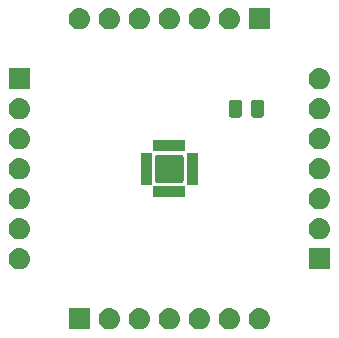
<source format=gbr>
G04 #@! TF.GenerationSoftware,KiCad,Pcbnew,5.1.4+dfsg1-1*
G04 #@! TF.CreationDate,2020-05-14T03:41:50+02:00*
G04 #@! TF.ProjectId,qfn28-breakout,71666e32-382d-4627-9265-616b6f75742e,rev?*
G04 #@! TF.SameCoordinates,Original*
G04 #@! TF.FileFunction,Soldermask,Top*
G04 #@! TF.FilePolarity,Negative*
%FSLAX46Y46*%
G04 Gerber Fmt 4.6, Leading zero omitted, Abs format (unit mm)*
G04 Created by KiCad (PCBNEW 5.1.4+dfsg1-1) date 2020-05-14 03:41:50*
%MOMM*%
%LPD*%
G04 APERTURE LIST*
%ADD10C,0.100000*%
G04 APERTURE END LIST*
D10*
G36*
X83930442Y648594482D02*
G01*
X83996627Y648587963D01*
X84166466Y648536443D01*
X84322991Y648452778D01*
X84358729Y648423448D01*
X84460186Y648340186D01*
X84543448Y648238729D01*
X84572778Y648202991D01*
X84656443Y648046466D01*
X84707963Y647876627D01*
X84725359Y647700000D01*
X84707963Y647523373D01*
X84656443Y647353534D01*
X84572778Y647197009D01*
X84543448Y647161271D01*
X84460186Y647059814D01*
X84358729Y646976552D01*
X84322991Y646947222D01*
X84166466Y646863557D01*
X83996627Y646812037D01*
X83930442Y646805518D01*
X83864260Y646799000D01*
X83775740Y646799000D01*
X83709558Y646805518D01*
X83643373Y646812037D01*
X83473534Y646863557D01*
X83317009Y646947222D01*
X83281271Y646976552D01*
X83179814Y647059814D01*
X83096552Y647161271D01*
X83067222Y647197009D01*
X82983557Y647353534D01*
X82932037Y647523373D01*
X82914641Y647700000D01*
X82932037Y647876627D01*
X82983557Y648046466D01*
X83067222Y648202991D01*
X83096552Y648238729D01*
X83179814Y648340186D01*
X83281271Y648423448D01*
X83317009Y648452778D01*
X83473534Y648536443D01*
X83643373Y648587963D01*
X83709558Y648594482D01*
X83775740Y648601000D01*
X83864260Y648601000D01*
X83930442Y648594482D01*
X83930442Y648594482D01*
G37*
G36*
X86470442Y648594482D02*
G01*
X86536627Y648587963D01*
X86706466Y648536443D01*
X86862991Y648452778D01*
X86898729Y648423448D01*
X87000186Y648340186D01*
X87083448Y648238729D01*
X87112778Y648202991D01*
X87196443Y648046466D01*
X87247963Y647876627D01*
X87265359Y647700000D01*
X87247963Y647523373D01*
X87196443Y647353534D01*
X87112778Y647197009D01*
X87083448Y647161271D01*
X87000186Y647059814D01*
X86898729Y646976552D01*
X86862991Y646947222D01*
X86706466Y646863557D01*
X86536627Y646812037D01*
X86470442Y646805518D01*
X86404260Y646799000D01*
X86315740Y646799000D01*
X86249558Y646805518D01*
X86183373Y646812037D01*
X86013534Y646863557D01*
X85857009Y646947222D01*
X85821271Y646976552D01*
X85719814Y647059814D01*
X85636552Y647161271D01*
X85607222Y647197009D01*
X85523557Y647353534D01*
X85472037Y647523373D01*
X85454641Y647700000D01*
X85472037Y647876627D01*
X85523557Y648046466D01*
X85607222Y648202991D01*
X85636552Y648238729D01*
X85719814Y648340186D01*
X85821271Y648423448D01*
X85857009Y648452778D01*
X86013534Y648536443D01*
X86183373Y648587963D01*
X86249558Y648594482D01*
X86315740Y648601000D01*
X86404260Y648601000D01*
X86470442Y648594482D01*
X86470442Y648594482D01*
G37*
G36*
X89010442Y648594482D02*
G01*
X89076627Y648587963D01*
X89246466Y648536443D01*
X89402991Y648452778D01*
X89438729Y648423448D01*
X89540186Y648340186D01*
X89623448Y648238729D01*
X89652778Y648202991D01*
X89736443Y648046466D01*
X89787963Y647876627D01*
X89805359Y647700000D01*
X89787963Y647523373D01*
X89736443Y647353534D01*
X89652778Y647197009D01*
X89623448Y647161271D01*
X89540186Y647059814D01*
X89438729Y646976552D01*
X89402991Y646947222D01*
X89246466Y646863557D01*
X89076627Y646812037D01*
X89010442Y646805518D01*
X88944260Y646799000D01*
X88855740Y646799000D01*
X88789558Y646805518D01*
X88723373Y646812037D01*
X88553534Y646863557D01*
X88397009Y646947222D01*
X88361271Y646976552D01*
X88259814Y647059814D01*
X88176552Y647161271D01*
X88147222Y647197009D01*
X88063557Y647353534D01*
X88012037Y647523373D01*
X87994641Y647700000D01*
X88012037Y647876627D01*
X88063557Y648046466D01*
X88147222Y648202991D01*
X88176552Y648238729D01*
X88259814Y648340186D01*
X88361271Y648423448D01*
X88397009Y648452778D01*
X88553534Y648536443D01*
X88723373Y648587963D01*
X88789558Y648594482D01*
X88855740Y648601000D01*
X88944260Y648601000D01*
X89010442Y648594482D01*
X89010442Y648594482D01*
G37*
G36*
X74561000Y646799000D02*
G01*
X72759000Y646799000D01*
X72759000Y648601000D01*
X74561000Y648601000D01*
X74561000Y646799000D01*
X74561000Y646799000D01*
G37*
G36*
X78850442Y648594482D02*
G01*
X78916627Y648587963D01*
X79086466Y648536443D01*
X79242991Y648452778D01*
X79278729Y648423448D01*
X79380186Y648340186D01*
X79463448Y648238729D01*
X79492778Y648202991D01*
X79576443Y648046466D01*
X79627963Y647876627D01*
X79645359Y647700000D01*
X79627963Y647523373D01*
X79576443Y647353534D01*
X79492778Y647197009D01*
X79463448Y647161271D01*
X79380186Y647059814D01*
X79278729Y646976552D01*
X79242991Y646947222D01*
X79086466Y646863557D01*
X78916627Y646812037D01*
X78850442Y646805518D01*
X78784260Y646799000D01*
X78695740Y646799000D01*
X78629558Y646805518D01*
X78563373Y646812037D01*
X78393534Y646863557D01*
X78237009Y646947222D01*
X78201271Y646976552D01*
X78099814Y647059814D01*
X78016552Y647161271D01*
X77987222Y647197009D01*
X77903557Y647353534D01*
X77852037Y647523373D01*
X77834641Y647700000D01*
X77852037Y647876627D01*
X77903557Y648046466D01*
X77987222Y648202991D01*
X78016552Y648238729D01*
X78099814Y648340186D01*
X78201271Y648423448D01*
X78237009Y648452778D01*
X78393534Y648536443D01*
X78563373Y648587963D01*
X78629558Y648594482D01*
X78695740Y648601000D01*
X78784260Y648601000D01*
X78850442Y648594482D01*
X78850442Y648594482D01*
G37*
G36*
X81390442Y648594482D02*
G01*
X81456627Y648587963D01*
X81626466Y648536443D01*
X81782991Y648452778D01*
X81818729Y648423448D01*
X81920186Y648340186D01*
X82003448Y648238729D01*
X82032778Y648202991D01*
X82116443Y648046466D01*
X82167963Y647876627D01*
X82185359Y647700000D01*
X82167963Y647523373D01*
X82116443Y647353534D01*
X82032778Y647197009D01*
X82003448Y647161271D01*
X81920186Y647059814D01*
X81818729Y646976552D01*
X81782991Y646947222D01*
X81626466Y646863557D01*
X81456627Y646812037D01*
X81390442Y646805518D01*
X81324260Y646799000D01*
X81235740Y646799000D01*
X81169558Y646805518D01*
X81103373Y646812037D01*
X80933534Y646863557D01*
X80777009Y646947222D01*
X80741271Y646976552D01*
X80639814Y647059814D01*
X80556552Y647161271D01*
X80527222Y647197009D01*
X80443557Y647353534D01*
X80392037Y647523373D01*
X80374641Y647700000D01*
X80392037Y647876627D01*
X80443557Y648046466D01*
X80527222Y648202991D01*
X80556552Y648238729D01*
X80639814Y648340186D01*
X80741271Y648423448D01*
X80777009Y648452778D01*
X80933534Y648536443D01*
X81103373Y648587963D01*
X81169558Y648594482D01*
X81235740Y648601000D01*
X81324260Y648601000D01*
X81390442Y648594482D01*
X81390442Y648594482D01*
G37*
G36*
X76310442Y648594482D02*
G01*
X76376627Y648587963D01*
X76546466Y648536443D01*
X76702991Y648452778D01*
X76738729Y648423448D01*
X76840186Y648340186D01*
X76923448Y648238729D01*
X76952778Y648202991D01*
X77036443Y648046466D01*
X77087963Y647876627D01*
X77105359Y647700000D01*
X77087963Y647523373D01*
X77036443Y647353534D01*
X76952778Y647197009D01*
X76923448Y647161271D01*
X76840186Y647059814D01*
X76738729Y646976552D01*
X76702991Y646947222D01*
X76546466Y646863557D01*
X76376627Y646812037D01*
X76310442Y646805518D01*
X76244260Y646799000D01*
X76155740Y646799000D01*
X76089558Y646805518D01*
X76023373Y646812037D01*
X75853534Y646863557D01*
X75697009Y646947222D01*
X75661271Y646976552D01*
X75559814Y647059814D01*
X75476552Y647161271D01*
X75447222Y647197009D01*
X75363557Y647353534D01*
X75312037Y647523373D01*
X75294641Y647700000D01*
X75312037Y647876627D01*
X75363557Y648046466D01*
X75447222Y648202991D01*
X75476552Y648238729D01*
X75559814Y648340186D01*
X75661271Y648423448D01*
X75697009Y648452778D01*
X75853534Y648536443D01*
X76023373Y648587963D01*
X76089558Y648594482D01*
X76155740Y648601000D01*
X76244260Y648601000D01*
X76310442Y648594482D01*
X76310442Y648594482D01*
G37*
G36*
X68690443Y653674481D02*
G01*
X68756627Y653667963D01*
X68926466Y653616443D01*
X69082991Y653532778D01*
X69118729Y653503448D01*
X69220186Y653420186D01*
X69303448Y653318729D01*
X69332778Y653282991D01*
X69416443Y653126466D01*
X69467963Y652956627D01*
X69485359Y652780000D01*
X69467963Y652603373D01*
X69416443Y652433534D01*
X69332778Y652277009D01*
X69303448Y652241271D01*
X69220186Y652139814D01*
X69118729Y652056552D01*
X69082991Y652027222D01*
X68926466Y651943557D01*
X68756627Y651892037D01*
X68690442Y651885518D01*
X68624260Y651879000D01*
X68535740Y651879000D01*
X68469558Y651885518D01*
X68403373Y651892037D01*
X68233534Y651943557D01*
X68077009Y652027222D01*
X68041271Y652056552D01*
X67939814Y652139814D01*
X67856552Y652241271D01*
X67827222Y652277009D01*
X67743557Y652433534D01*
X67692037Y652603373D01*
X67674641Y652780000D01*
X67692037Y652956627D01*
X67743557Y653126466D01*
X67827222Y653282991D01*
X67856552Y653318729D01*
X67939814Y653420186D01*
X68041271Y653503448D01*
X68077009Y653532778D01*
X68233534Y653616443D01*
X68403373Y653667963D01*
X68469557Y653674481D01*
X68535740Y653681000D01*
X68624260Y653681000D01*
X68690443Y653674481D01*
X68690443Y653674481D01*
G37*
G36*
X94881000Y651879000D02*
G01*
X93079000Y651879000D01*
X93079000Y653681000D01*
X94881000Y653681000D01*
X94881000Y651879000D01*
X94881000Y651879000D01*
G37*
G36*
X94090442Y656214482D02*
G01*
X94156627Y656207963D01*
X94326466Y656156443D01*
X94482991Y656072778D01*
X94518729Y656043448D01*
X94620186Y655960186D01*
X94703448Y655858729D01*
X94732778Y655822991D01*
X94816443Y655666466D01*
X94867963Y655496627D01*
X94885359Y655320000D01*
X94867963Y655143373D01*
X94816443Y654973534D01*
X94732778Y654817009D01*
X94703448Y654781271D01*
X94620186Y654679814D01*
X94518729Y654596552D01*
X94482991Y654567222D01*
X94326466Y654483557D01*
X94156627Y654432037D01*
X94090442Y654425518D01*
X94024260Y654419000D01*
X93935740Y654419000D01*
X93869558Y654425518D01*
X93803373Y654432037D01*
X93633534Y654483557D01*
X93477009Y654567222D01*
X93441271Y654596552D01*
X93339814Y654679814D01*
X93256552Y654781271D01*
X93227222Y654817009D01*
X93143557Y654973534D01*
X93092037Y655143373D01*
X93074641Y655320000D01*
X93092037Y655496627D01*
X93143557Y655666466D01*
X93227222Y655822991D01*
X93256552Y655858729D01*
X93339814Y655960186D01*
X93441271Y656043448D01*
X93477009Y656072778D01*
X93633534Y656156443D01*
X93803373Y656207963D01*
X93869558Y656214482D01*
X93935740Y656221000D01*
X94024260Y656221000D01*
X94090442Y656214482D01*
X94090442Y656214482D01*
G37*
G36*
X68690442Y656214482D02*
G01*
X68756627Y656207963D01*
X68926466Y656156443D01*
X69082991Y656072778D01*
X69118729Y656043448D01*
X69220186Y655960186D01*
X69303448Y655858729D01*
X69332778Y655822991D01*
X69416443Y655666466D01*
X69467963Y655496627D01*
X69485359Y655320000D01*
X69467963Y655143373D01*
X69416443Y654973534D01*
X69332778Y654817009D01*
X69303448Y654781271D01*
X69220186Y654679814D01*
X69118729Y654596552D01*
X69082991Y654567222D01*
X68926466Y654483557D01*
X68756627Y654432037D01*
X68690442Y654425518D01*
X68624260Y654419000D01*
X68535740Y654419000D01*
X68469558Y654425518D01*
X68403373Y654432037D01*
X68233534Y654483557D01*
X68077009Y654567222D01*
X68041271Y654596552D01*
X67939814Y654679814D01*
X67856552Y654781271D01*
X67827222Y654817009D01*
X67743557Y654973534D01*
X67692037Y655143373D01*
X67674641Y655320000D01*
X67692037Y655496627D01*
X67743557Y655666466D01*
X67827222Y655822991D01*
X67856552Y655858729D01*
X67939814Y655960186D01*
X68041271Y656043448D01*
X68077009Y656072778D01*
X68233534Y656156443D01*
X68403373Y656207963D01*
X68469558Y656214482D01*
X68535740Y656221000D01*
X68624260Y656221000D01*
X68690442Y656214482D01*
X68690442Y656214482D01*
G37*
G36*
X94090443Y658754481D02*
G01*
X94156627Y658747963D01*
X94326466Y658696443D01*
X94482991Y658612778D01*
X94518729Y658583448D01*
X94620186Y658500186D01*
X94703448Y658398729D01*
X94732778Y658362991D01*
X94816443Y658206466D01*
X94867963Y658036627D01*
X94885359Y657860000D01*
X94867963Y657683373D01*
X94816443Y657513534D01*
X94732778Y657357009D01*
X94703448Y657321271D01*
X94620186Y657219814D01*
X94518729Y657136552D01*
X94482991Y657107222D01*
X94326466Y657023557D01*
X94156627Y656972037D01*
X94090442Y656965518D01*
X94024260Y656959000D01*
X93935740Y656959000D01*
X93869558Y656965518D01*
X93803373Y656972037D01*
X93633534Y657023557D01*
X93477009Y657107222D01*
X93441271Y657136552D01*
X93339814Y657219814D01*
X93256552Y657321271D01*
X93227222Y657357009D01*
X93143557Y657513534D01*
X93092037Y657683373D01*
X93074641Y657860000D01*
X93092037Y658036627D01*
X93143557Y658206466D01*
X93227222Y658362991D01*
X93256552Y658398729D01*
X93339814Y658500186D01*
X93441271Y658583448D01*
X93477009Y658612778D01*
X93633534Y658696443D01*
X93803373Y658747963D01*
X93869557Y658754481D01*
X93935740Y658761000D01*
X94024260Y658761000D01*
X94090443Y658754481D01*
X94090443Y658754481D01*
G37*
G36*
X68690443Y658754481D02*
G01*
X68756627Y658747963D01*
X68926466Y658696443D01*
X69082991Y658612778D01*
X69118729Y658583448D01*
X69220186Y658500186D01*
X69303448Y658398729D01*
X69332778Y658362991D01*
X69416443Y658206466D01*
X69467963Y658036627D01*
X69485359Y657860000D01*
X69467963Y657683373D01*
X69416443Y657513534D01*
X69332778Y657357009D01*
X69303448Y657321271D01*
X69220186Y657219814D01*
X69118729Y657136552D01*
X69082991Y657107222D01*
X68926466Y657023557D01*
X68756627Y656972037D01*
X68690442Y656965518D01*
X68624260Y656959000D01*
X68535740Y656959000D01*
X68469558Y656965518D01*
X68403373Y656972037D01*
X68233534Y657023557D01*
X68077009Y657107222D01*
X68041271Y657136552D01*
X67939814Y657219814D01*
X67856552Y657321271D01*
X67827222Y657357009D01*
X67743557Y657513534D01*
X67692037Y657683373D01*
X67674641Y657860000D01*
X67692037Y658036627D01*
X67743557Y658206466D01*
X67827222Y658362991D01*
X67856552Y658398729D01*
X67939814Y658500186D01*
X68041271Y658583448D01*
X68077009Y658612778D01*
X68233534Y658696443D01*
X68403373Y658747963D01*
X68469557Y658754481D01*
X68535740Y658761000D01*
X68624260Y658761000D01*
X68690443Y658754481D01*
X68690443Y658754481D01*
G37*
G36*
X80220416Y658925157D02*
G01*
X80224556Y658923901D01*
X80243716Y658915965D01*
X80267750Y658911185D01*
X80292254Y658911185D01*
X80316287Y658915966D01*
X80335445Y658923901D01*
X80339584Y658925157D01*
X80348143Y658926000D01*
X80611857Y658926000D01*
X80620416Y658925157D01*
X80624556Y658923901D01*
X80643716Y658915965D01*
X80667750Y658911185D01*
X80692254Y658911185D01*
X80716287Y658915966D01*
X80735445Y658923901D01*
X80739584Y658925157D01*
X80748143Y658926000D01*
X81011857Y658926000D01*
X81020416Y658925157D01*
X81024556Y658923901D01*
X81043716Y658915965D01*
X81067750Y658911185D01*
X81092254Y658911185D01*
X81116287Y658915966D01*
X81135445Y658923901D01*
X81139584Y658925157D01*
X81148143Y658926000D01*
X81411857Y658926000D01*
X81420416Y658925157D01*
X81424556Y658923901D01*
X81443716Y658915965D01*
X81467750Y658911185D01*
X81492254Y658911185D01*
X81516287Y658915966D01*
X81535445Y658923901D01*
X81539584Y658925157D01*
X81548143Y658926000D01*
X81811857Y658926000D01*
X81820416Y658925157D01*
X81824556Y658923901D01*
X81843716Y658915965D01*
X81867750Y658911185D01*
X81892254Y658911185D01*
X81916287Y658915966D01*
X81935445Y658923901D01*
X81939584Y658925157D01*
X81948143Y658926000D01*
X82211857Y658926000D01*
X82220416Y658925157D01*
X82224556Y658923901D01*
X82243716Y658915965D01*
X82267750Y658911185D01*
X82292254Y658911185D01*
X82316287Y658915966D01*
X82335445Y658923901D01*
X82339584Y658925157D01*
X82348143Y658926000D01*
X82611859Y658926000D01*
X82617950Y658925400D01*
X82630400Y658925400D01*
X82630400Y658912950D01*
X82631000Y658906859D01*
X82631000Y658018143D01*
X82630157Y658009584D01*
X82629450Y658007255D01*
X82628305Y658005113D01*
X82626765Y658003235D01*
X82624887Y658001695D01*
X82622745Y658000550D01*
X82620416Y657999843D01*
X82611857Y657999000D01*
X82348143Y657999000D01*
X82339584Y657999843D01*
X82335444Y658001099D01*
X82316284Y658009035D01*
X82292250Y658013815D01*
X82267746Y658013815D01*
X82243713Y658009034D01*
X82224555Y658001099D01*
X82220416Y657999843D01*
X82211857Y657999000D01*
X81948143Y657999000D01*
X81939584Y657999843D01*
X81935444Y658001099D01*
X81916284Y658009035D01*
X81892250Y658013815D01*
X81867746Y658013815D01*
X81843713Y658009034D01*
X81824555Y658001099D01*
X81820416Y657999843D01*
X81811857Y657999000D01*
X81548143Y657999000D01*
X81539584Y657999843D01*
X81535444Y658001099D01*
X81516284Y658009035D01*
X81492250Y658013815D01*
X81467746Y658013815D01*
X81443713Y658009034D01*
X81424555Y658001099D01*
X81420416Y657999843D01*
X81411857Y657999000D01*
X81148143Y657999000D01*
X81139584Y657999843D01*
X81135444Y658001099D01*
X81116284Y658009035D01*
X81092250Y658013815D01*
X81067746Y658013815D01*
X81043713Y658009034D01*
X81024555Y658001099D01*
X81020416Y657999843D01*
X81011857Y657999000D01*
X80748143Y657999000D01*
X80739584Y657999843D01*
X80735444Y658001099D01*
X80716284Y658009035D01*
X80692250Y658013815D01*
X80667746Y658013815D01*
X80643713Y658009034D01*
X80624555Y658001099D01*
X80620416Y657999843D01*
X80611857Y657999000D01*
X80348143Y657999000D01*
X80339584Y657999843D01*
X80335444Y658001099D01*
X80316284Y658009035D01*
X80292250Y658013815D01*
X80267746Y658013815D01*
X80243713Y658009034D01*
X80224555Y658001099D01*
X80220416Y657999843D01*
X80211857Y657999000D01*
X79948143Y657999000D01*
X79939584Y657999843D01*
X79937255Y658000550D01*
X79935113Y658001695D01*
X79933235Y658003235D01*
X79931695Y658005113D01*
X79930550Y658007255D01*
X79929843Y658009584D01*
X79929000Y658018143D01*
X79929000Y658906859D01*
X79929600Y658912950D01*
X79929600Y658925400D01*
X79942050Y658925400D01*
X79948141Y658926000D01*
X80211857Y658926000D01*
X80220416Y658925157D01*
X80220416Y658925157D01*
G37*
G36*
X83670416Y661750157D02*
G01*
X83672745Y661749450D01*
X83674887Y661748305D01*
X83676765Y661746765D01*
X83678305Y661744887D01*
X83679450Y661742745D01*
X83680157Y661740416D01*
X83681000Y661731857D01*
X83681000Y661468143D01*
X83680157Y661459584D01*
X83678901Y661455444D01*
X83670965Y661436284D01*
X83666185Y661412250D01*
X83666185Y661387746D01*
X83670966Y661363713D01*
X83678901Y661344555D01*
X83680157Y661340416D01*
X83681000Y661331857D01*
X83681000Y661068143D01*
X83680157Y661059584D01*
X83678901Y661055444D01*
X83670965Y661036284D01*
X83666185Y661012250D01*
X83666185Y660987746D01*
X83670966Y660963713D01*
X83678901Y660944555D01*
X83680157Y660940416D01*
X83681000Y660931857D01*
X83681000Y660668143D01*
X83680157Y660659584D01*
X83678901Y660655444D01*
X83670965Y660636284D01*
X83666185Y660612250D01*
X83666185Y660587746D01*
X83670966Y660563713D01*
X83678901Y660544555D01*
X83680157Y660540416D01*
X83681000Y660531857D01*
X83681000Y660268143D01*
X83680157Y660259584D01*
X83678901Y660255444D01*
X83670965Y660236284D01*
X83666185Y660212250D01*
X83666185Y660187746D01*
X83670966Y660163713D01*
X83678901Y660144555D01*
X83680157Y660140416D01*
X83681000Y660131857D01*
X83681000Y659868143D01*
X83680157Y659859584D01*
X83678901Y659855444D01*
X83670965Y659836284D01*
X83666185Y659812250D01*
X83666185Y659787746D01*
X83670966Y659763713D01*
X83678901Y659744555D01*
X83680157Y659740416D01*
X83681000Y659731857D01*
X83681000Y659468143D01*
X83680157Y659459584D01*
X83678901Y659455444D01*
X83670965Y659436284D01*
X83666185Y659412250D01*
X83666185Y659387746D01*
X83670966Y659363713D01*
X83678901Y659344555D01*
X83680157Y659340416D01*
X83681000Y659331857D01*
X83681000Y659068143D01*
X83680157Y659059584D01*
X83679450Y659057255D01*
X83678305Y659055113D01*
X83676765Y659053235D01*
X83674887Y659051695D01*
X83672745Y659050550D01*
X83670416Y659049843D01*
X83661857Y659049000D01*
X82773141Y659049000D01*
X82767050Y659049600D01*
X82754600Y659049600D01*
X82754600Y659062050D01*
X82754000Y659068141D01*
X82754000Y659331857D01*
X82754843Y659340416D01*
X82756099Y659344556D01*
X82764035Y659363716D01*
X82768815Y659387750D01*
X82768815Y659412254D01*
X82764034Y659436287D01*
X82756099Y659455445D01*
X82754843Y659459584D01*
X82754000Y659468143D01*
X82754000Y659731857D01*
X82754843Y659740416D01*
X82756099Y659744556D01*
X82764035Y659763716D01*
X82768815Y659787750D01*
X82768815Y659812254D01*
X82764034Y659836287D01*
X82756099Y659855445D01*
X82754843Y659859584D01*
X82754000Y659868143D01*
X82754000Y660131857D01*
X82754843Y660140416D01*
X82756099Y660144556D01*
X82764035Y660163716D01*
X82768815Y660187750D01*
X82768815Y660212254D01*
X82764034Y660236287D01*
X82756099Y660255445D01*
X82754843Y660259584D01*
X82754000Y660268143D01*
X82754000Y660531857D01*
X82754843Y660540416D01*
X82756099Y660544556D01*
X82764035Y660563716D01*
X82768815Y660587750D01*
X82768815Y660612254D01*
X82764034Y660636287D01*
X82756099Y660655445D01*
X82754843Y660659584D01*
X82754000Y660668143D01*
X82754000Y660931857D01*
X82754843Y660940416D01*
X82756099Y660944556D01*
X82764035Y660963716D01*
X82768815Y660987750D01*
X82768815Y661012254D01*
X82764034Y661036287D01*
X82756099Y661055445D01*
X82754843Y661059584D01*
X82754000Y661068143D01*
X82754000Y661331857D01*
X82754843Y661340416D01*
X82756099Y661344556D01*
X82764035Y661363716D01*
X82768815Y661387750D01*
X82768815Y661412254D01*
X82764034Y661436287D01*
X82756099Y661455445D01*
X82754843Y661459584D01*
X82754000Y661468143D01*
X82754000Y661731859D01*
X82754600Y661737950D01*
X82754600Y661750400D01*
X82767050Y661750400D01*
X82773141Y661751000D01*
X83661857Y661751000D01*
X83670416Y661750157D01*
X83670416Y661750157D01*
G37*
G36*
X79792950Y661750400D02*
G01*
X79805400Y661750400D01*
X79805400Y661737950D01*
X79806000Y661731859D01*
X79806000Y661468143D01*
X79805157Y661459584D01*
X79803901Y661455444D01*
X79795965Y661436284D01*
X79791185Y661412250D01*
X79791185Y661387746D01*
X79795966Y661363713D01*
X79803901Y661344555D01*
X79805157Y661340416D01*
X79806000Y661331857D01*
X79806000Y661068143D01*
X79805157Y661059584D01*
X79803901Y661055444D01*
X79795965Y661036284D01*
X79791185Y661012250D01*
X79791185Y660987746D01*
X79795966Y660963713D01*
X79803901Y660944555D01*
X79805157Y660940416D01*
X79806000Y660931857D01*
X79806000Y660668143D01*
X79805157Y660659584D01*
X79803901Y660655444D01*
X79795965Y660636284D01*
X79791185Y660612250D01*
X79791185Y660587746D01*
X79795966Y660563713D01*
X79803901Y660544555D01*
X79805157Y660540416D01*
X79806000Y660531857D01*
X79806000Y660268143D01*
X79805157Y660259584D01*
X79803901Y660255444D01*
X79795965Y660236284D01*
X79791185Y660212250D01*
X79791185Y660187746D01*
X79795966Y660163713D01*
X79803901Y660144555D01*
X79805157Y660140416D01*
X79806000Y660131857D01*
X79806000Y659868143D01*
X79805157Y659859584D01*
X79803901Y659855444D01*
X79795965Y659836284D01*
X79791185Y659812250D01*
X79791185Y659787746D01*
X79795966Y659763713D01*
X79803901Y659744555D01*
X79805157Y659740416D01*
X79806000Y659731857D01*
X79806000Y659468143D01*
X79805157Y659459584D01*
X79803901Y659455444D01*
X79795965Y659436284D01*
X79791185Y659412250D01*
X79791185Y659387746D01*
X79795966Y659363713D01*
X79803901Y659344555D01*
X79805157Y659340416D01*
X79806000Y659331857D01*
X79806000Y659068141D01*
X79805400Y659062050D01*
X79805400Y659049600D01*
X79792950Y659049600D01*
X79786859Y659049000D01*
X78898143Y659049000D01*
X78889584Y659049843D01*
X78887255Y659050550D01*
X78885113Y659051695D01*
X78883235Y659053235D01*
X78881695Y659055113D01*
X78880550Y659057255D01*
X78879843Y659059584D01*
X78879000Y659068143D01*
X78879000Y659331857D01*
X78879843Y659340416D01*
X78881099Y659344556D01*
X78889035Y659363716D01*
X78893815Y659387750D01*
X78893815Y659412254D01*
X78889034Y659436287D01*
X78881099Y659455445D01*
X78879843Y659459584D01*
X78879000Y659468143D01*
X78879000Y659731857D01*
X78879843Y659740416D01*
X78881099Y659744556D01*
X78889035Y659763716D01*
X78893815Y659787750D01*
X78893815Y659812254D01*
X78889034Y659836287D01*
X78881099Y659855445D01*
X78879843Y659859584D01*
X78879000Y659868143D01*
X78879000Y660131857D01*
X78879843Y660140416D01*
X78881099Y660144556D01*
X78889035Y660163716D01*
X78893815Y660187750D01*
X78893815Y660212254D01*
X78889034Y660236287D01*
X78881099Y660255445D01*
X78879843Y660259584D01*
X78879000Y660268143D01*
X78879000Y660531857D01*
X78879843Y660540416D01*
X78881099Y660544556D01*
X78889035Y660563716D01*
X78893815Y660587750D01*
X78893815Y660612254D01*
X78889034Y660636287D01*
X78881099Y660655445D01*
X78879843Y660659584D01*
X78879000Y660668143D01*
X78879000Y660931857D01*
X78879843Y660940416D01*
X78881099Y660944556D01*
X78889035Y660963716D01*
X78893815Y660987750D01*
X78893815Y661012254D01*
X78889034Y661036287D01*
X78881099Y661055445D01*
X78879843Y661059584D01*
X78879000Y661068143D01*
X78879000Y661331857D01*
X78879843Y661340416D01*
X78881099Y661344556D01*
X78889035Y661363716D01*
X78893815Y661387750D01*
X78893815Y661412254D01*
X78889034Y661436287D01*
X78881099Y661455445D01*
X78879843Y661459584D01*
X78879000Y661468143D01*
X78879000Y661731857D01*
X78879843Y661740416D01*
X78880550Y661742745D01*
X78881695Y661744887D01*
X78883235Y661746765D01*
X78885113Y661748305D01*
X78887255Y661749450D01*
X78889584Y661750157D01*
X78898143Y661751000D01*
X79786859Y661751000D01*
X79792950Y661750400D01*
X79792950Y661750400D01*
G37*
G36*
X82349472Y661597270D02*
G01*
X82379984Y661588014D01*
X82408104Y661572983D01*
X82432754Y661552754D01*
X82452983Y661528104D01*
X82468014Y661499984D01*
X82477270Y661469472D01*
X82481000Y661431598D01*
X82481000Y659368402D01*
X82477270Y659330528D01*
X82468014Y659300016D01*
X82452983Y659271896D01*
X82432754Y659247246D01*
X82408104Y659227017D01*
X82379984Y659211986D01*
X82349472Y659202730D01*
X82311598Y659199000D01*
X80248402Y659199000D01*
X80210528Y659202730D01*
X80180016Y659211986D01*
X80151896Y659227017D01*
X80127246Y659247246D01*
X80107017Y659271896D01*
X80091986Y659300016D01*
X80082730Y659330528D01*
X80079000Y659368402D01*
X80079000Y661431598D01*
X80082730Y661469472D01*
X80091986Y661499984D01*
X80107017Y661528104D01*
X80127246Y661552754D01*
X80151896Y661572983D01*
X80180016Y661588014D01*
X80210528Y661597270D01*
X80248402Y661601000D01*
X82311598Y661601000D01*
X82349472Y661597270D01*
X82349472Y661597270D01*
G37*
G36*
X94090443Y661294481D02*
G01*
X94156627Y661287963D01*
X94326466Y661236443D01*
X94482991Y661152778D01*
X94517448Y661124500D01*
X94620186Y661040186D01*
X94693378Y660951000D01*
X94732778Y660902991D01*
X94816443Y660746466D01*
X94867963Y660576627D01*
X94885359Y660400000D01*
X94867963Y660223373D01*
X94816443Y660053534D01*
X94732778Y659897009D01*
X94709088Y659868143D01*
X94620186Y659759814D01*
X94552654Y659704393D01*
X94482991Y659647222D01*
X94326466Y659563557D01*
X94156627Y659512037D01*
X94090443Y659505519D01*
X94024260Y659499000D01*
X93935740Y659499000D01*
X93869557Y659505519D01*
X93803373Y659512037D01*
X93633534Y659563557D01*
X93477009Y659647222D01*
X93407346Y659704393D01*
X93339814Y659759814D01*
X93250912Y659868143D01*
X93227222Y659897009D01*
X93143557Y660053534D01*
X93092037Y660223373D01*
X93074641Y660400000D01*
X93092037Y660576627D01*
X93143557Y660746466D01*
X93227222Y660902991D01*
X93266622Y660951000D01*
X93339814Y661040186D01*
X93442552Y661124500D01*
X93477009Y661152778D01*
X93633534Y661236443D01*
X93803373Y661287963D01*
X93869557Y661294481D01*
X93935740Y661301000D01*
X94024260Y661301000D01*
X94090443Y661294481D01*
X94090443Y661294481D01*
G37*
G36*
X68690443Y661294481D02*
G01*
X68756627Y661287963D01*
X68926466Y661236443D01*
X69082991Y661152778D01*
X69117448Y661124500D01*
X69220186Y661040186D01*
X69293378Y660951000D01*
X69332778Y660902991D01*
X69416443Y660746466D01*
X69467963Y660576627D01*
X69485359Y660400000D01*
X69467963Y660223373D01*
X69416443Y660053534D01*
X69332778Y659897009D01*
X69309088Y659868143D01*
X69220186Y659759814D01*
X69152654Y659704393D01*
X69082991Y659647222D01*
X68926466Y659563557D01*
X68756627Y659512037D01*
X68690443Y659505519D01*
X68624260Y659499000D01*
X68535740Y659499000D01*
X68469557Y659505519D01*
X68403373Y659512037D01*
X68233534Y659563557D01*
X68077009Y659647222D01*
X68007346Y659704393D01*
X67939814Y659759814D01*
X67850912Y659868143D01*
X67827222Y659897009D01*
X67743557Y660053534D01*
X67692037Y660223373D01*
X67674641Y660400000D01*
X67692037Y660576627D01*
X67743557Y660746466D01*
X67827222Y660902991D01*
X67866622Y660951000D01*
X67939814Y661040186D01*
X68042552Y661124500D01*
X68077009Y661152778D01*
X68233534Y661236443D01*
X68403373Y661287963D01*
X68469557Y661294481D01*
X68535740Y661301000D01*
X68624260Y661301000D01*
X68690443Y661294481D01*
X68690443Y661294481D01*
G37*
G36*
X80220416Y662800157D02*
G01*
X80224556Y662798901D01*
X80243716Y662790965D01*
X80267750Y662786185D01*
X80292254Y662786185D01*
X80316287Y662790966D01*
X80335445Y662798901D01*
X80339584Y662800157D01*
X80348143Y662801000D01*
X80611857Y662801000D01*
X80620416Y662800157D01*
X80624556Y662798901D01*
X80643716Y662790965D01*
X80667750Y662786185D01*
X80692254Y662786185D01*
X80716287Y662790966D01*
X80735445Y662798901D01*
X80739584Y662800157D01*
X80748143Y662801000D01*
X81011857Y662801000D01*
X81020416Y662800157D01*
X81024556Y662798901D01*
X81043716Y662790965D01*
X81067750Y662786185D01*
X81092254Y662786185D01*
X81116287Y662790966D01*
X81135445Y662798901D01*
X81139584Y662800157D01*
X81148143Y662801000D01*
X81411857Y662801000D01*
X81420416Y662800157D01*
X81424556Y662798901D01*
X81443716Y662790965D01*
X81467750Y662786185D01*
X81492254Y662786185D01*
X81516287Y662790966D01*
X81535445Y662798901D01*
X81539584Y662800157D01*
X81548143Y662801000D01*
X81811857Y662801000D01*
X81820416Y662800157D01*
X81824556Y662798901D01*
X81843716Y662790965D01*
X81867750Y662786185D01*
X81892254Y662786185D01*
X81916287Y662790966D01*
X81935445Y662798901D01*
X81939584Y662800157D01*
X81948143Y662801000D01*
X82211857Y662801000D01*
X82220416Y662800157D01*
X82224556Y662798901D01*
X82243716Y662790965D01*
X82267750Y662786185D01*
X82292254Y662786185D01*
X82316287Y662790966D01*
X82335445Y662798901D01*
X82339584Y662800157D01*
X82348143Y662801000D01*
X82611857Y662801000D01*
X82620416Y662800157D01*
X82622745Y662799450D01*
X82624887Y662798305D01*
X82626765Y662796765D01*
X82628305Y662794887D01*
X82629450Y662792745D01*
X82630157Y662790416D01*
X82631000Y662781857D01*
X82631000Y661893141D01*
X82630400Y661887050D01*
X82630400Y661874600D01*
X82617950Y661874600D01*
X82611859Y661874000D01*
X82348143Y661874000D01*
X82339584Y661874843D01*
X82335444Y661876099D01*
X82316284Y661884035D01*
X82292250Y661888815D01*
X82267746Y661888815D01*
X82243713Y661884034D01*
X82224555Y661876099D01*
X82220416Y661874843D01*
X82211857Y661874000D01*
X81948143Y661874000D01*
X81939584Y661874843D01*
X81935444Y661876099D01*
X81916284Y661884035D01*
X81892250Y661888815D01*
X81867746Y661888815D01*
X81843713Y661884034D01*
X81824555Y661876099D01*
X81820416Y661874843D01*
X81811857Y661874000D01*
X81548143Y661874000D01*
X81539584Y661874843D01*
X81535444Y661876099D01*
X81516284Y661884035D01*
X81492250Y661888815D01*
X81467746Y661888815D01*
X81443713Y661884034D01*
X81424555Y661876099D01*
X81420416Y661874843D01*
X81411857Y661874000D01*
X81148143Y661874000D01*
X81139584Y661874843D01*
X81135444Y661876099D01*
X81116284Y661884035D01*
X81092250Y661888815D01*
X81067746Y661888815D01*
X81043713Y661884034D01*
X81024555Y661876099D01*
X81020416Y661874843D01*
X81011857Y661874000D01*
X80748143Y661874000D01*
X80739584Y661874843D01*
X80735444Y661876099D01*
X80716284Y661884035D01*
X80692250Y661888815D01*
X80667746Y661888815D01*
X80643713Y661884034D01*
X80624555Y661876099D01*
X80620416Y661874843D01*
X80611857Y661874000D01*
X80348143Y661874000D01*
X80339584Y661874843D01*
X80335444Y661876099D01*
X80316284Y661884035D01*
X80292250Y661888815D01*
X80267746Y661888815D01*
X80243713Y661884034D01*
X80224555Y661876099D01*
X80220416Y661874843D01*
X80211857Y661874000D01*
X79948141Y661874000D01*
X79942050Y661874600D01*
X79929600Y661874600D01*
X79929600Y661887050D01*
X79929000Y661893141D01*
X79929000Y662781857D01*
X79929843Y662790416D01*
X79930550Y662792745D01*
X79931695Y662794887D01*
X79933235Y662796765D01*
X79935113Y662798305D01*
X79937255Y662799450D01*
X79939584Y662800157D01*
X79948143Y662801000D01*
X80211857Y662801000D01*
X80220416Y662800157D01*
X80220416Y662800157D01*
G37*
G36*
X68690443Y663834481D02*
G01*
X68756627Y663827963D01*
X68926466Y663776443D01*
X69082991Y663692778D01*
X69118729Y663663448D01*
X69220186Y663580186D01*
X69303448Y663478729D01*
X69332778Y663442991D01*
X69416443Y663286466D01*
X69467963Y663116627D01*
X69485359Y662940000D01*
X69467963Y662763373D01*
X69416443Y662593534D01*
X69332778Y662437009D01*
X69303448Y662401271D01*
X69220186Y662299814D01*
X69118729Y662216552D01*
X69082991Y662187222D01*
X68926466Y662103557D01*
X68756627Y662052037D01*
X68690442Y662045518D01*
X68624260Y662039000D01*
X68535740Y662039000D01*
X68469558Y662045518D01*
X68403373Y662052037D01*
X68233534Y662103557D01*
X68077009Y662187222D01*
X68041271Y662216552D01*
X67939814Y662299814D01*
X67856552Y662401271D01*
X67827222Y662437009D01*
X67743557Y662593534D01*
X67692037Y662763373D01*
X67674641Y662940000D01*
X67692037Y663116627D01*
X67743557Y663286466D01*
X67827222Y663442991D01*
X67856552Y663478729D01*
X67939814Y663580186D01*
X68041271Y663663448D01*
X68077009Y663692778D01*
X68233534Y663776443D01*
X68403373Y663827963D01*
X68469557Y663834481D01*
X68535740Y663841000D01*
X68624260Y663841000D01*
X68690443Y663834481D01*
X68690443Y663834481D01*
G37*
G36*
X94090443Y663834481D02*
G01*
X94156627Y663827963D01*
X94326466Y663776443D01*
X94482991Y663692778D01*
X94518729Y663663448D01*
X94620186Y663580186D01*
X94703448Y663478729D01*
X94732778Y663442991D01*
X94816443Y663286466D01*
X94867963Y663116627D01*
X94885359Y662940000D01*
X94867963Y662763373D01*
X94816443Y662593534D01*
X94732778Y662437009D01*
X94703448Y662401271D01*
X94620186Y662299814D01*
X94518729Y662216552D01*
X94482991Y662187222D01*
X94326466Y662103557D01*
X94156627Y662052037D01*
X94090442Y662045518D01*
X94024260Y662039000D01*
X93935740Y662039000D01*
X93869558Y662045518D01*
X93803373Y662052037D01*
X93633534Y662103557D01*
X93477009Y662187222D01*
X93441271Y662216552D01*
X93339814Y662299814D01*
X93256552Y662401271D01*
X93227222Y662437009D01*
X93143557Y662593534D01*
X93092037Y662763373D01*
X93074641Y662940000D01*
X93092037Y663116627D01*
X93143557Y663286466D01*
X93227222Y663442991D01*
X93256552Y663478729D01*
X93339814Y663580186D01*
X93441271Y663663448D01*
X93477009Y663692778D01*
X93633534Y663776443D01*
X93803373Y663827963D01*
X93869557Y663834481D01*
X93935740Y663841000D01*
X94024260Y663841000D01*
X94090443Y663834481D01*
X94090443Y663834481D01*
G37*
G36*
X94090443Y666374481D02*
G01*
X94156627Y666367963D01*
X94326466Y666316443D01*
X94482991Y666232778D01*
X94518729Y666203448D01*
X94620186Y666120186D01*
X94703448Y666018729D01*
X94732778Y665982991D01*
X94816443Y665826466D01*
X94867963Y665656627D01*
X94885359Y665480000D01*
X94867963Y665303373D01*
X94816443Y665133534D01*
X94732778Y664977009D01*
X94707101Y664945722D01*
X94620186Y664839814D01*
X94518729Y664756552D01*
X94482991Y664727222D01*
X94326466Y664643557D01*
X94156627Y664592037D01*
X94090442Y664585518D01*
X94024260Y664579000D01*
X93935740Y664579000D01*
X93869558Y664585518D01*
X93803373Y664592037D01*
X93633534Y664643557D01*
X93477009Y664727222D01*
X93441271Y664756552D01*
X93339814Y664839814D01*
X93252899Y664945722D01*
X93227222Y664977009D01*
X93143557Y665133534D01*
X93092037Y665303373D01*
X93074641Y665480000D01*
X93092037Y665656627D01*
X93143557Y665826466D01*
X93227222Y665982991D01*
X93256552Y666018729D01*
X93339814Y666120186D01*
X93441271Y666203448D01*
X93477009Y666232778D01*
X93633534Y666316443D01*
X93803373Y666367963D01*
X93869557Y666374481D01*
X93935740Y666381000D01*
X94024260Y666381000D01*
X94090443Y666374481D01*
X94090443Y666374481D01*
G37*
G36*
X68690443Y666374481D02*
G01*
X68756627Y666367963D01*
X68926466Y666316443D01*
X69082991Y666232778D01*
X69118729Y666203448D01*
X69220186Y666120186D01*
X69303448Y666018729D01*
X69332778Y665982991D01*
X69416443Y665826466D01*
X69467963Y665656627D01*
X69485359Y665480000D01*
X69467963Y665303373D01*
X69416443Y665133534D01*
X69332778Y664977009D01*
X69307101Y664945722D01*
X69220186Y664839814D01*
X69118729Y664756552D01*
X69082991Y664727222D01*
X68926466Y664643557D01*
X68756627Y664592037D01*
X68690442Y664585518D01*
X68624260Y664579000D01*
X68535740Y664579000D01*
X68469558Y664585518D01*
X68403373Y664592037D01*
X68233534Y664643557D01*
X68077009Y664727222D01*
X68041271Y664756552D01*
X67939814Y664839814D01*
X67852899Y664945722D01*
X67827222Y664977009D01*
X67743557Y665133534D01*
X67692037Y665303373D01*
X67674641Y665480000D01*
X67692037Y665656627D01*
X67743557Y665826466D01*
X67827222Y665982991D01*
X67856552Y666018729D01*
X67939814Y666120186D01*
X68041271Y666203448D01*
X68077009Y666232778D01*
X68233534Y666316443D01*
X68403373Y666367963D01*
X68469557Y666374481D01*
X68535740Y666381000D01*
X68624260Y666381000D01*
X68690443Y666374481D01*
X68690443Y666374481D01*
G37*
G36*
X89114968Y666226435D02*
G01*
X89153638Y666214704D01*
X89189277Y666195654D01*
X89220517Y666170017D01*
X89246154Y666138777D01*
X89265204Y666103138D01*
X89276935Y666064468D01*
X89281500Y666018112D01*
X89281500Y664941888D01*
X89276935Y664895532D01*
X89265204Y664856862D01*
X89246154Y664821223D01*
X89220517Y664789983D01*
X89189277Y664764346D01*
X89153638Y664745296D01*
X89114968Y664733565D01*
X89068612Y664729000D01*
X88417388Y664729000D01*
X88371032Y664733565D01*
X88332362Y664745296D01*
X88296723Y664764346D01*
X88265483Y664789983D01*
X88239846Y664821223D01*
X88220796Y664856862D01*
X88209065Y664895532D01*
X88204500Y664941888D01*
X88204500Y666018112D01*
X88209065Y666064468D01*
X88220796Y666103138D01*
X88239846Y666138777D01*
X88265483Y666170017D01*
X88296723Y666195654D01*
X88332362Y666214704D01*
X88371032Y666226435D01*
X88417388Y666231000D01*
X89068612Y666231000D01*
X89114968Y666226435D01*
X89114968Y666226435D01*
G37*
G36*
X87239968Y666226435D02*
G01*
X87278638Y666214704D01*
X87314277Y666195654D01*
X87345517Y666170017D01*
X87371154Y666138777D01*
X87390204Y666103138D01*
X87401935Y666064468D01*
X87406500Y666018112D01*
X87406500Y664941888D01*
X87401935Y664895532D01*
X87390204Y664856862D01*
X87371154Y664821223D01*
X87345517Y664789983D01*
X87314277Y664764346D01*
X87278638Y664745296D01*
X87239968Y664733565D01*
X87193612Y664729000D01*
X86542388Y664729000D01*
X86496032Y664733565D01*
X86457362Y664745296D01*
X86421723Y664764346D01*
X86390483Y664789983D01*
X86364846Y664821223D01*
X86345796Y664856862D01*
X86334065Y664895532D01*
X86329500Y664941888D01*
X86329500Y666018112D01*
X86334065Y666064468D01*
X86345796Y666103138D01*
X86364846Y666138777D01*
X86390483Y666170017D01*
X86421723Y666195654D01*
X86457362Y666214704D01*
X86496032Y666226435D01*
X86542388Y666231000D01*
X87193612Y666231000D01*
X87239968Y666226435D01*
X87239968Y666226435D01*
G37*
G36*
X69481000Y667119000D02*
G01*
X67679000Y667119000D01*
X67679000Y668921000D01*
X69481000Y668921000D01*
X69481000Y667119000D01*
X69481000Y667119000D01*
G37*
G36*
X94090442Y668914482D02*
G01*
X94156627Y668907963D01*
X94326466Y668856443D01*
X94482991Y668772778D01*
X94518729Y668743448D01*
X94620186Y668660186D01*
X94703448Y668558729D01*
X94732778Y668522991D01*
X94816443Y668366466D01*
X94867963Y668196627D01*
X94885359Y668020000D01*
X94867963Y667843373D01*
X94816443Y667673534D01*
X94732778Y667517009D01*
X94703448Y667481271D01*
X94620186Y667379814D01*
X94518729Y667296552D01*
X94482991Y667267222D01*
X94326466Y667183557D01*
X94156627Y667132037D01*
X94090443Y667125519D01*
X94024260Y667119000D01*
X93935740Y667119000D01*
X93869557Y667125519D01*
X93803373Y667132037D01*
X93633534Y667183557D01*
X93477009Y667267222D01*
X93441271Y667296552D01*
X93339814Y667379814D01*
X93256552Y667481271D01*
X93227222Y667517009D01*
X93143557Y667673534D01*
X93092037Y667843373D01*
X93074641Y668020000D01*
X93092037Y668196627D01*
X93143557Y668366466D01*
X93227222Y668522991D01*
X93256552Y668558729D01*
X93339814Y668660186D01*
X93441271Y668743448D01*
X93477009Y668772778D01*
X93633534Y668856443D01*
X93803373Y668907963D01*
X93869558Y668914482D01*
X93935740Y668921000D01*
X94024260Y668921000D01*
X94090442Y668914482D01*
X94090442Y668914482D01*
G37*
G36*
X86470443Y673994481D02*
G01*
X86536627Y673987963D01*
X86706466Y673936443D01*
X86862991Y673852778D01*
X86898729Y673823448D01*
X87000186Y673740186D01*
X87083448Y673638729D01*
X87112778Y673602991D01*
X87196443Y673446466D01*
X87247963Y673276627D01*
X87265359Y673100000D01*
X87247963Y672923373D01*
X87196443Y672753534D01*
X87112778Y672597009D01*
X87083448Y672561271D01*
X87000186Y672459814D01*
X86898729Y672376552D01*
X86862991Y672347222D01*
X86706466Y672263557D01*
X86536627Y672212037D01*
X86470443Y672205519D01*
X86404260Y672199000D01*
X86315740Y672199000D01*
X86249557Y672205519D01*
X86183373Y672212037D01*
X86013534Y672263557D01*
X85857009Y672347222D01*
X85821271Y672376552D01*
X85719814Y672459814D01*
X85636552Y672561271D01*
X85607222Y672597009D01*
X85523557Y672753534D01*
X85472037Y672923373D01*
X85454641Y673100000D01*
X85472037Y673276627D01*
X85523557Y673446466D01*
X85607222Y673602991D01*
X85636552Y673638729D01*
X85719814Y673740186D01*
X85821271Y673823448D01*
X85857009Y673852778D01*
X86013534Y673936443D01*
X86183373Y673987963D01*
X86249557Y673994481D01*
X86315740Y674001000D01*
X86404260Y674001000D01*
X86470443Y673994481D01*
X86470443Y673994481D01*
G37*
G36*
X73770443Y673994481D02*
G01*
X73836627Y673987963D01*
X74006466Y673936443D01*
X74162991Y673852778D01*
X74198729Y673823448D01*
X74300186Y673740186D01*
X74383448Y673638729D01*
X74412778Y673602991D01*
X74496443Y673446466D01*
X74547963Y673276627D01*
X74565359Y673100000D01*
X74547963Y672923373D01*
X74496443Y672753534D01*
X74412778Y672597009D01*
X74383448Y672561271D01*
X74300186Y672459814D01*
X74198729Y672376552D01*
X74162991Y672347222D01*
X74006466Y672263557D01*
X73836627Y672212037D01*
X73770443Y672205519D01*
X73704260Y672199000D01*
X73615740Y672199000D01*
X73549557Y672205519D01*
X73483373Y672212037D01*
X73313534Y672263557D01*
X73157009Y672347222D01*
X73121271Y672376552D01*
X73019814Y672459814D01*
X72936552Y672561271D01*
X72907222Y672597009D01*
X72823557Y672753534D01*
X72772037Y672923373D01*
X72754641Y673100000D01*
X72772037Y673276627D01*
X72823557Y673446466D01*
X72907222Y673602991D01*
X72936552Y673638729D01*
X73019814Y673740186D01*
X73121271Y673823448D01*
X73157009Y673852778D01*
X73313534Y673936443D01*
X73483373Y673987963D01*
X73549557Y673994481D01*
X73615740Y674001000D01*
X73704260Y674001000D01*
X73770443Y673994481D01*
X73770443Y673994481D01*
G37*
G36*
X76310443Y673994481D02*
G01*
X76376627Y673987963D01*
X76546466Y673936443D01*
X76702991Y673852778D01*
X76738729Y673823448D01*
X76840186Y673740186D01*
X76923448Y673638729D01*
X76952778Y673602991D01*
X77036443Y673446466D01*
X77087963Y673276627D01*
X77105359Y673100000D01*
X77087963Y672923373D01*
X77036443Y672753534D01*
X76952778Y672597009D01*
X76923448Y672561271D01*
X76840186Y672459814D01*
X76738729Y672376552D01*
X76702991Y672347222D01*
X76546466Y672263557D01*
X76376627Y672212037D01*
X76310443Y672205519D01*
X76244260Y672199000D01*
X76155740Y672199000D01*
X76089557Y672205519D01*
X76023373Y672212037D01*
X75853534Y672263557D01*
X75697009Y672347222D01*
X75661271Y672376552D01*
X75559814Y672459814D01*
X75476552Y672561271D01*
X75447222Y672597009D01*
X75363557Y672753534D01*
X75312037Y672923373D01*
X75294641Y673100000D01*
X75312037Y673276627D01*
X75363557Y673446466D01*
X75447222Y673602991D01*
X75476552Y673638729D01*
X75559814Y673740186D01*
X75661271Y673823448D01*
X75697009Y673852778D01*
X75853534Y673936443D01*
X76023373Y673987963D01*
X76089557Y673994481D01*
X76155740Y674001000D01*
X76244260Y674001000D01*
X76310443Y673994481D01*
X76310443Y673994481D01*
G37*
G36*
X78850443Y673994481D02*
G01*
X78916627Y673987963D01*
X79086466Y673936443D01*
X79242991Y673852778D01*
X79278729Y673823448D01*
X79380186Y673740186D01*
X79463448Y673638729D01*
X79492778Y673602991D01*
X79576443Y673446466D01*
X79627963Y673276627D01*
X79645359Y673100000D01*
X79627963Y672923373D01*
X79576443Y672753534D01*
X79492778Y672597009D01*
X79463448Y672561271D01*
X79380186Y672459814D01*
X79278729Y672376552D01*
X79242991Y672347222D01*
X79086466Y672263557D01*
X78916627Y672212037D01*
X78850443Y672205519D01*
X78784260Y672199000D01*
X78695740Y672199000D01*
X78629557Y672205519D01*
X78563373Y672212037D01*
X78393534Y672263557D01*
X78237009Y672347222D01*
X78201271Y672376552D01*
X78099814Y672459814D01*
X78016552Y672561271D01*
X77987222Y672597009D01*
X77903557Y672753534D01*
X77852037Y672923373D01*
X77834641Y673100000D01*
X77852037Y673276627D01*
X77903557Y673446466D01*
X77987222Y673602991D01*
X78016552Y673638729D01*
X78099814Y673740186D01*
X78201271Y673823448D01*
X78237009Y673852778D01*
X78393534Y673936443D01*
X78563373Y673987963D01*
X78629557Y673994481D01*
X78695740Y674001000D01*
X78784260Y674001000D01*
X78850443Y673994481D01*
X78850443Y673994481D01*
G37*
G36*
X81390443Y673994481D02*
G01*
X81456627Y673987963D01*
X81626466Y673936443D01*
X81782991Y673852778D01*
X81818729Y673823448D01*
X81920186Y673740186D01*
X82003448Y673638729D01*
X82032778Y673602991D01*
X82116443Y673446466D01*
X82167963Y673276627D01*
X82185359Y673100000D01*
X82167963Y672923373D01*
X82116443Y672753534D01*
X82032778Y672597009D01*
X82003448Y672561271D01*
X81920186Y672459814D01*
X81818729Y672376552D01*
X81782991Y672347222D01*
X81626466Y672263557D01*
X81456627Y672212037D01*
X81390443Y672205519D01*
X81324260Y672199000D01*
X81235740Y672199000D01*
X81169557Y672205519D01*
X81103373Y672212037D01*
X80933534Y672263557D01*
X80777009Y672347222D01*
X80741271Y672376552D01*
X80639814Y672459814D01*
X80556552Y672561271D01*
X80527222Y672597009D01*
X80443557Y672753534D01*
X80392037Y672923373D01*
X80374641Y673100000D01*
X80392037Y673276627D01*
X80443557Y673446466D01*
X80527222Y673602991D01*
X80556552Y673638729D01*
X80639814Y673740186D01*
X80741271Y673823448D01*
X80777009Y673852778D01*
X80933534Y673936443D01*
X81103373Y673987963D01*
X81169557Y673994481D01*
X81235740Y674001000D01*
X81324260Y674001000D01*
X81390443Y673994481D01*
X81390443Y673994481D01*
G37*
G36*
X83930443Y673994481D02*
G01*
X83996627Y673987963D01*
X84166466Y673936443D01*
X84322991Y673852778D01*
X84358729Y673823448D01*
X84460186Y673740186D01*
X84543448Y673638729D01*
X84572778Y673602991D01*
X84656443Y673446466D01*
X84707963Y673276627D01*
X84725359Y673100000D01*
X84707963Y672923373D01*
X84656443Y672753534D01*
X84572778Y672597009D01*
X84543448Y672561271D01*
X84460186Y672459814D01*
X84358729Y672376552D01*
X84322991Y672347222D01*
X84166466Y672263557D01*
X83996627Y672212037D01*
X83930443Y672205519D01*
X83864260Y672199000D01*
X83775740Y672199000D01*
X83709557Y672205519D01*
X83643373Y672212037D01*
X83473534Y672263557D01*
X83317009Y672347222D01*
X83281271Y672376552D01*
X83179814Y672459814D01*
X83096552Y672561271D01*
X83067222Y672597009D01*
X82983557Y672753534D01*
X82932037Y672923373D01*
X82914641Y673100000D01*
X82932037Y673276627D01*
X82983557Y673446466D01*
X83067222Y673602991D01*
X83096552Y673638729D01*
X83179814Y673740186D01*
X83281271Y673823448D01*
X83317009Y673852778D01*
X83473534Y673936443D01*
X83643373Y673987963D01*
X83709557Y673994481D01*
X83775740Y674001000D01*
X83864260Y674001000D01*
X83930443Y673994481D01*
X83930443Y673994481D01*
G37*
G36*
X89801000Y672199000D02*
G01*
X87999000Y672199000D01*
X87999000Y674001000D01*
X89801000Y674001000D01*
X89801000Y672199000D01*
X89801000Y672199000D01*
G37*
M02*

</source>
